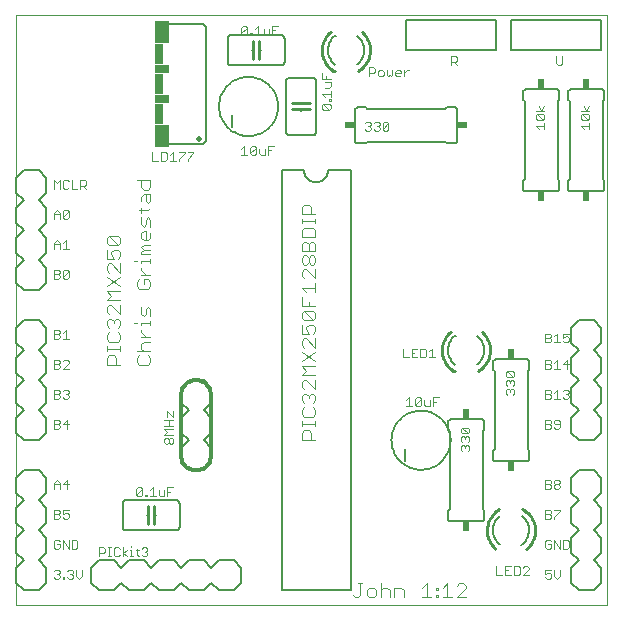
<source format=gto>
G75*
G70*
%OFA0B0*%
%FSLAX24Y24*%
%IPPOS*%
%LPD*%
%AMOC8*
5,1,8,0,0,1.08239X$1,22.5*
%
%ADD10C,0.0000*%
%ADD11C,0.0030*%
%ADD12C,0.0120*%
%ADD13C,0.0040*%
%ADD14C,0.0060*%
%ADD15R,0.0240X0.0340*%
%ADD16C,0.0050*%
%ADD17C,0.0080*%
%ADD18C,0.0100*%
%ADD19C,0.0200*%
%ADD20R,0.0500X0.0750*%
%ADD21R,0.0300X0.0700*%
%ADD22R,0.0500X0.0300*%
%ADD23R,0.0340X0.0240*%
D10*
X000181Y000181D02*
X000181Y019866D01*
X019866Y019866D01*
X019866Y000181D01*
X000181Y000181D01*
D11*
X001446Y001120D02*
X001495Y001071D01*
X001592Y001071D01*
X001640Y001120D01*
X001640Y001168D01*
X001592Y001217D01*
X001543Y001217D01*
X001592Y001217D02*
X001640Y001265D01*
X001640Y001313D01*
X001592Y001362D01*
X001495Y001362D01*
X001446Y001313D01*
X001741Y001120D02*
X001789Y001120D01*
X001789Y001071D01*
X001741Y001071D01*
X001741Y001120D01*
X001888Y001120D02*
X001937Y001071D01*
X002034Y001071D01*
X002082Y001120D01*
X002082Y001168D01*
X002034Y001217D01*
X001985Y001217D01*
X002034Y001217D02*
X002082Y001265D01*
X002082Y001313D01*
X002034Y001362D01*
X001937Y001362D01*
X001888Y001313D01*
X002183Y001362D02*
X002183Y001168D01*
X002280Y001071D01*
X002376Y001168D01*
X002376Y001362D01*
X002946Y001821D02*
X002946Y002112D01*
X003092Y002112D01*
X003140Y002063D01*
X003140Y001967D01*
X003092Y001918D01*
X002946Y001918D01*
X003241Y001821D02*
X003338Y001821D01*
X003289Y001821D02*
X003289Y002112D01*
X003241Y002112D02*
X003338Y002112D01*
X003437Y002063D02*
X003437Y001870D01*
X003486Y001821D01*
X003583Y001821D01*
X003631Y001870D01*
X003732Y001918D02*
X003877Y002015D01*
X003978Y002015D02*
X004026Y002015D01*
X004026Y001821D01*
X003978Y001821D02*
X004074Y001821D01*
X004222Y001870D02*
X004222Y002063D01*
X004174Y002015D02*
X004271Y002015D01*
X004370Y002063D02*
X004419Y002112D01*
X004516Y002112D01*
X004564Y002063D01*
X004564Y002015D01*
X004516Y001967D01*
X004564Y001918D01*
X004564Y001870D01*
X004516Y001821D01*
X004419Y001821D01*
X004370Y001870D01*
X004271Y001821D02*
X004222Y001870D01*
X004467Y001967D02*
X004516Y001967D01*
X004026Y002112D02*
X004026Y002160D01*
X003877Y001821D02*
X003732Y001918D01*
X003732Y001821D02*
X003732Y002112D01*
X003631Y002063D02*
X003583Y002112D01*
X003486Y002112D01*
X003437Y002063D01*
X002229Y002120D02*
X002229Y002313D01*
X002181Y002362D01*
X002036Y002362D01*
X002036Y002071D01*
X002181Y002071D01*
X002229Y002120D01*
X001935Y002071D02*
X001935Y002362D01*
X001741Y002362D02*
X001741Y002071D01*
X001640Y002120D02*
X001640Y002217D01*
X001543Y002217D01*
X001446Y002313D02*
X001446Y002120D01*
X001495Y002071D01*
X001592Y002071D01*
X001640Y002120D01*
X001640Y002313D02*
X001592Y002362D01*
X001495Y002362D01*
X001446Y002313D01*
X001741Y002362D02*
X001935Y002071D01*
X001886Y003071D02*
X001789Y003071D01*
X001741Y003120D01*
X001741Y003217D02*
X001838Y003265D01*
X001886Y003265D01*
X001935Y003217D01*
X001935Y003120D01*
X001886Y003071D01*
X001741Y003217D02*
X001741Y003362D01*
X001935Y003362D01*
X001640Y003313D02*
X001640Y003265D01*
X001592Y003217D01*
X001446Y003217D01*
X001446Y003362D02*
X001592Y003362D01*
X001640Y003313D01*
X001592Y003217D02*
X001640Y003168D01*
X001640Y003120D01*
X001592Y003071D01*
X001446Y003071D01*
X001446Y003362D01*
X001446Y004071D02*
X001446Y004265D01*
X001543Y004362D01*
X001640Y004265D01*
X001640Y004071D01*
X001640Y004217D02*
X001446Y004217D01*
X001741Y004217D02*
X001935Y004217D01*
X001886Y004362D02*
X001741Y004217D01*
X001886Y004071D02*
X001886Y004362D01*
X001886Y006071D02*
X001886Y006362D01*
X001741Y006217D01*
X001935Y006217D01*
X001640Y006265D02*
X001592Y006217D01*
X001446Y006217D01*
X001446Y006362D02*
X001592Y006362D01*
X001640Y006313D01*
X001640Y006265D01*
X001592Y006217D02*
X001640Y006168D01*
X001640Y006120D01*
X001592Y006071D01*
X001446Y006071D01*
X001446Y006362D01*
X001446Y007071D02*
X001592Y007071D01*
X001640Y007120D01*
X001640Y007168D01*
X001592Y007217D01*
X001446Y007217D01*
X001446Y007362D02*
X001592Y007362D01*
X001640Y007313D01*
X001640Y007265D01*
X001592Y007217D01*
X001741Y007313D02*
X001789Y007362D01*
X001886Y007362D01*
X001935Y007313D01*
X001935Y007265D01*
X001886Y007217D01*
X001935Y007168D01*
X001935Y007120D01*
X001886Y007071D01*
X001789Y007071D01*
X001741Y007120D01*
X001838Y007217D02*
X001886Y007217D01*
X001446Y007071D02*
X001446Y007362D01*
X001446Y008071D02*
X001592Y008071D01*
X001640Y008120D01*
X001640Y008168D01*
X001592Y008217D01*
X001446Y008217D01*
X001446Y008362D02*
X001592Y008362D01*
X001640Y008313D01*
X001640Y008265D01*
X001592Y008217D01*
X001741Y008313D02*
X001789Y008362D01*
X001886Y008362D01*
X001935Y008313D01*
X001935Y008265D01*
X001741Y008071D01*
X001935Y008071D01*
X001446Y008071D02*
X001446Y008362D01*
X001446Y009071D02*
X001592Y009071D01*
X001640Y009120D01*
X001640Y009168D01*
X001592Y009217D01*
X001446Y009217D01*
X001446Y009362D02*
X001592Y009362D01*
X001640Y009313D01*
X001640Y009265D01*
X001592Y009217D01*
X001741Y009265D02*
X001838Y009362D01*
X001838Y009071D01*
X001741Y009071D02*
X001935Y009071D01*
X001446Y009071D02*
X001446Y009362D01*
X001446Y011071D02*
X001592Y011071D01*
X001640Y011120D01*
X001640Y011168D01*
X001592Y011217D01*
X001446Y011217D01*
X001446Y011362D02*
X001592Y011362D01*
X001640Y011313D01*
X001640Y011265D01*
X001592Y011217D01*
X001741Y011120D02*
X001741Y011313D01*
X001789Y011362D01*
X001886Y011362D01*
X001935Y011313D01*
X001741Y011120D01*
X001789Y011071D01*
X001886Y011071D01*
X001935Y011120D01*
X001935Y011313D01*
X001446Y011362D02*
X001446Y011071D01*
X001446Y012071D02*
X001446Y012265D01*
X001543Y012362D01*
X001640Y012265D01*
X001640Y012071D01*
X001741Y012071D02*
X001935Y012071D01*
X001838Y012071D02*
X001838Y012362D01*
X001741Y012265D01*
X001640Y012217D02*
X001446Y012217D01*
X001446Y013071D02*
X001446Y013265D01*
X001543Y013362D01*
X001640Y013265D01*
X001640Y013071D01*
X001741Y013120D02*
X001935Y013313D01*
X001935Y013120D01*
X001886Y013071D01*
X001789Y013071D01*
X001741Y013120D01*
X001741Y013313D01*
X001789Y013362D01*
X001886Y013362D01*
X001935Y013313D01*
X001640Y013217D02*
X001446Y013217D01*
X001446Y014071D02*
X001446Y014362D01*
X001543Y014265D01*
X001640Y014362D01*
X001640Y014071D01*
X001741Y014120D02*
X001789Y014071D01*
X001886Y014071D01*
X001935Y014120D01*
X002036Y014071D02*
X002036Y014362D01*
X001935Y014313D02*
X001886Y014362D01*
X001789Y014362D01*
X001741Y014313D01*
X001741Y014120D01*
X002036Y014071D02*
X002229Y014071D01*
X002330Y014071D02*
X002330Y014362D01*
X002475Y014362D01*
X002524Y014313D01*
X002524Y014217D01*
X002475Y014168D01*
X002330Y014168D01*
X002427Y014168D02*
X002524Y014071D01*
X004723Y015001D02*
X004917Y015001D01*
X005018Y015001D02*
X005018Y015292D01*
X005163Y015292D01*
X005211Y015243D01*
X005211Y015050D01*
X005163Y015001D01*
X005018Y015001D01*
X005312Y015001D02*
X005506Y015001D01*
X005409Y015001D02*
X005409Y015292D01*
X005312Y015195D01*
X005607Y015292D02*
X005801Y015292D01*
X005801Y015243D01*
X005607Y015050D01*
X005607Y015001D01*
X005902Y015001D02*
X005902Y015050D01*
X006095Y015243D01*
X006095Y015292D01*
X005902Y015292D01*
X004723Y015292D02*
X004723Y015001D01*
X007696Y015196D02*
X007890Y015196D01*
X007793Y015196D02*
X007793Y015487D01*
X007696Y015390D01*
X007991Y015438D02*
X007991Y015245D01*
X008185Y015438D01*
X008185Y015245D01*
X008136Y015196D01*
X008039Y015196D01*
X007991Y015245D01*
X007991Y015438D02*
X008039Y015487D01*
X008136Y015487D01*
X008185Y015438D01*
X008286Y015390D02*
X008286Y015245D01*
X008334Y015196D01*
X008479Y015196D01*
X008479Y015390D01*
X008580Y015342D02*
X008677Y015342D01*
X008580Y015487D02*
X008774Y015487D01*
X008580Y015487D02*
X008580Y015196D01*
X010376Y016745D02*
X010376Y016842D01*
X010425Y016890D01*
X010618Y016696D01*
X010666Y016745D01*
X010666Y016842D01*
X010618Y016890D01*
X010425Y016890D01*
X010376Y016745D02*
X010425Y016696D01*
X010618Y016696D01*
X010618Y016991D02*
X010618Y017039D01*
X010666Y017039D01*
X010666Y016991D01*
X010618Y016991D01*
X010666Y017138D02*
X010666Y017332D01*
X010666Y017235D02*
X010376Y017235D01*
X010473Y017138D01*
X010473Y017433D02*
X010618Y017433D01*
X010666Y017481D01*
X010666Y017626D01*
X010473Y017626D01*
X010521Y017728D02*
X010521Y017824D01*
X010376Y017728D02*
X010376Y017921D01*
X010376Y017728D02*
X010666Y017728D01*
X011946Y017821D02*
X011946Y018112D01*
X012092Y018112D01*
X012140Y018063D01*
X012140Y017967D01*
X012092Y017918D01*
X011946Y017918D01*
X012241Y017870D02*
X012289Y017821D01*
X012386Y017821D01*
X012435Y017870D01*
X012435Y017967D01*
X012386Y018015D01*
X012289Y018015D01*
X012241Y017967D01*
X012241Y017870D01*
X012536Y017870D02*
X012536Y018015D01*
X012536Y017870D02*
X012584Y017821D01*
X012632Y017870D01*
X012681Y017821D01*
X012729Y017870D01*
X012729Y018015D01*
X012830Y017967D02*
X012879Y018015D01*
X012975Y018015D01*
X013024Y017967D01*
X013024Y017918D01*
X012830Y017918D01*
X012830Y017870D02*
X012830Y017967D01*
X012830Y017870D02*
X012879Y017821D01*
X012975Y017821D01*
X013125Y017821D02*
X013125Y018015D01*
X013125Y017918D02*
X013222Y018015D01*
X013270Y018015D01*
X014696Y018196D02*
X014696Y018487D01*
X014842Y018487D01*
X014890Y018438D01*
X014890Y018342D01*
X014842Y018293D01*
X014696Y018293D01*
X014793Y018293D02*
X014890Y018196D01*
X012595Y016243D02*
X012595Y016050D01*
X012547Y016001D01*
X012450Y016001D01*
X012402Y016050D01*
X012595Y016243D01*
X012547Y016292D01*
X012450Y016292D01*
X012402Y016243D01*
X012402Y016050D01*
X012301Y016050D02*
X012252Y016001D01*
X012155Y016001D01*
X012107Y016050D01*
X012006Y016050D02*
X011958Y016001D01*
X011861Y016001D01*
X011812Y016050D01*
X011909Y016147D02*
X011958Y016147D01*
X012006Y016098D01*
X012006Y016050D01*
X011958Y016147D02*
X012006Y016195D01*
X012006Y016243D01*
X011958Y016292D01*
X011861Y016292D01*
X011812Y016243D01*
X012107Y016243D02*
X012155Y016292D01*
X012252Y016292D01*
X012301Y016243D01*
X012301Y016195D01*
X012252Y016147D01*
X012301Y016098D01*
X012301Y016050D01*
X012252Y016147D02*
X012204Y016147D01*
X008824Y019342D02*
X008728Y019342D01*
X008626Y019390D02*
X008626Y019196D01*
X008481Y019196D01*
X008433Y019245D01*
X008433Y019390D01*
X008332Y019196D02*
X008138Y019196D01*
X008235Y019196D02*
X008235Y019487D01*
X008138Y019390D01*
X008039Y019245D02*
X008039Y019196D01*
X007991Y019196D01*
X007991Y019245D01*
X008039Y019245D01*
X007890Y019245D02*
X007890Y019438D01*
X007696Y019245D01*
X007745Y019196D01*
X007842Y019196D01*
X007890Y019245D01*
X007890Y019438D02*
X007842Y019487D01*
X007745Y019487D01*
X007696Y019438D01*
X007696Y019245D01*
X008728Y019196D02*
X008728Y019487D01*
X008921Y019487D01*
X017501Y016661D02*
X017791Y016661D01*
X017695Y016661D02*
X017598Y016806D01*
X017695Y016661D02*
X017791Y016806D01*
X017743Y016560D02*
X017550Y016560D01*
X017743Y016366D01*
X017791Y016414D01*
X017791Y016511D01*
X017743Y016560D01*
X017550Y016560D02*
X017501Y016511D01*
X017501Y016414D01*
X017550Y016366D01*
X017743Y016366D01*
X017791Y016265D02*
X017791Y016071D01*
X017791Y016168D02*
X017501Y016168D01*
X017598Y016071D01*
X019001Y016168D02*
X019291Y016168D01*
X019291Y016071D02*
X019291Y016265D01*
X019243Y016366D02*
X019050Y016560D01*
X019243Y016560D01*
X019291Y016511D01*
X019291Y016414D01*
X019243Y016366D01*
X019050Y016366D01*
X019001Y016414D01*
X019001Y016511D01*
X019050Y016560D01*
X019001Y016661D02*
X019291Y016661D01*
X019195Y016661D02*
X019098Y016806D01*
X019195Y016661D02*
X019291Y016806D01*
X019001Y016168D02*
X019098Y016071D01*
X018342Y018196D02*
X018390Y018245D01*
X018390Y018487D01*
X018196Y018487D02*
X018196Y018245D01*
X018245Y018196D01*
X018342Y018196D01*
X018411Y009237D02*
X018411Y009092D01*
X018507Y009140D01*
X018556Y009140D01*
X018604Y009092D01*
X018604Y008995D01*
X018556Y008946D01*
X018459Y008946D01*
X018411Y008995D01*
X018310Y008946D02*
X018116Y008946D01*
X018213Y008946D02*
X018213Y009237D01*
X018116Y009140D01*
X018015Y009140D02*
X017967Y009092D01*
X017821Y009092D01*
X017821Y009237D02*
X017821Y008946D01*
X017967Y008946D01*
X018015Y008995D01*
X018015Y009043D01*
X017967Y009092D01*
X018015Y009140D02*
X018015Y009188D01*
X017967Y009237D01*
X017821Y009237D01*
X018411Y009237D02*
X018604Y009237D01*
X018556Y008362D02*
X018411Y008217D01*
X018604Y008217D01*
X018556Y008362D02*
X018556Y008071D01*
X018310Y008071D02*
X018116Y008071D01*
X018213Y008071D02*
X018213Y008362D01*
X018116Y008265D01*
X018015Y008265D02*
X017967Y008217D01*
X017821Y008217D01*
X017821Y008362D02*
X017967Y008362D01*
X018015Y008313D01*
X018015Y008265D01*
X017967Y008217D02*
X018015Y008168D01*
X018015Y008120D01*
X017967Y008071D01*
X017821Y008071D01*
X017821Y008362D01*
X017821Y007362D02*
X017967Y007362D01*
X018015Y007313D01*
X018015Y007265D01*
X017967Y007217D01*
X017821Y007217D01*
X017821Y007362D02*
X017821Y007071D01*
X017967Y007071D01*
X018015Y007120D01*
X018015Y007168D01*
X017967Y007217D01*
X018116Y007265D02*
X018213Y007362D01*
X018213Y007071D01*
X018116Y007071D02*
X018310Y007071D01*
X018411Y007120D02*
X018459Y007071D01*
X018556Y007071D01*
X018604Y007120D01*
X018604Y007168D01*
X018556Y007217D01*
X018507Y007217D01*
X018556Y007217D02*
X018604Y007265D01*
X018604Y007313D01*
X018556Y007362D01*
X018459Y007362D01*
X018411Y007313D01*
X018261Y006362D02*
X018164Y006362D01*
X018116Y006313D01*
X018116Y006265D01*
X018164Y006217D01*
X018310Y006217D01*
X018310Y006313D02*
X018261Y006362D01*
X018310Y006313D02*
X018310Y006120D01*
X018261Y006071D01*
X018164Y006071D01*
X018116Y006120D01*
X018015Y006120D02*
X017967Y006071D01*
X017821Y006071D01*
X017821Y006362D01*
X017967Y006362D01*
X018015Y006313D01*
X018015Y006265D01*
X017967Y006217D01*
X017821Y006217D01*
X017967Y006217D02*
X018015Y006168D01*
X018015Y006120D01*
X016791Y007245D02*
X016743Y007196D01*
X016791Y007245D02*
X016791Y007342D01*
X016743Y007390D01*
X016695Y007390D01*
X016646Y007342D01*
X016646Y007293D01*
X016646Y007342D02*
X016598Y007390D01*
X016550Y007390D01*
X016501Y007342D01*
X016501Y007245D01*
X016550Y007196D01*
X016550Y007491D02*
X016501Y007539D01*
X016501Y007636D01*
X016550Y007685D01*
X016598Y007685D01*
X016646Y007636D01*
X016695Y007685D01*
X016743Y007685D01*
X016791Y007636D01*
X016791Y007539D01*
X016743Y007491D01*
X016646Y007588D02*
X016646Y007636D01*
X016743Y007786D02*
X016550Y007786D01*
X016501Y007834D01*
X016501Y007931D01*
X016550Y007979D01*
X016743Y007786D01*
X016791Y007834D01*
X016791Y007931D01*
X016743Y007979D01*
X016550Y007979D01*
X015243Y006104D02*
X015050Y006104D01*
X015243Y005911D01*
X015291Y005959D01*
X015291Y006056D01*
X015243Y006104D01*
X015243Y005911D02*
X015050Y005911D01*
X015001Y005959D01*
X015001Y006056D01*
X015050Y006104D01*
X015050Y005810D02*
X015098Y005810D01*
X015146Y005761D01*
X015195Y005810D01*
X015243Y005810D01*
X015291Y005761D01*
X015291Y005664D01*
X015243Y005616D01*
X015243Y005515D02*
X015291Y005467D01*
X015291Y005370D01*
X015243Y005321D01*
X015146Y005418D02*
X015146Y005467D01*
X015195Y005515D01*
X015243Y005515D01*
X015146Y005467D02*
X015098Y005515D01*
X015050Y005515D01*
X015001Y005467D01*
X015001Y005370D01*
X015050Y005321D01*
X015050Y005616D02*
X015001Y005664D01*
X015001Y005761D01*
X015050Y005810D01*
X015146Y005761D02*
X015146Y005713D01*
X014080Y006821D02*
X014080Y007112D01*
X014274Y007112D01*
X014177Y006967D02*
X014080Y006967D01*
X013979Y007015D02*
X013979Y006821D01*
X013834Y006821D01*
X013786Y006870D01*
X013786Y007015D01*
X013685Y007063D02*
X013685Y006870D01*
X013636Y006821D01*
X013539Y006821D01*
X013491Y006870D01*
X013685Y007063D01*
X013636Y007112D01*
X013539Y007112D01*
X013491Y007063D01*
X013491Y006870D01*
X013390Y006821D02*
X013196Y006821D01*
X013293Y006821D02*
X013293Y007112D01*
X013196Y007015D01*
X013265Y008446D02*
X013071Y008446D01*
X013071Y008737D01*
X013366Y008737D02*
X013366Y008446D01*
X013560Y008446D01*
X013661Y008446D02*
X013661Y008737D01*
X013806Y008737D01*
X013854Y008688D01*
X013854Y008495D01*
X013806Y008446D01*
X013661Y008446D01*
X013463Y008592D02*
X013366Y008592D01*
X013366Y008737D02*
X013560Y008737D01*
X013955Y008640D02*
X014052Y008737D01*
X014052Y008446D01*
X013955Y008446D02*
X014149Y008446D01*
X017821Y004362D02*
X017967Y004362D01*
X018015Y004313D01*
X018015Y004265D01*
X017967Y004217D01*
X017821Y004217D01*
X017821Y004362D02*
X017821Y004071D01*
X017967Y004071D01*
X018015Y004120D01*
X018015Y004168D01*
X017967Y004217D01*
X018116Y004265D02*
X018116Y004313D01*
X018164Y004362D01*
X018261Y004362D01*
X018310Y004313D01*
X018310Y004265D01*
X018261Y004217D01*
X018164Y004217D01*
X018116Y004265D01*
X018164Y004217D02*
X018116Y004168D01*
X018116Y004120D01*
X018164Y004071D01*
X018261Y004071D01*
X018310Y004120D01*
X018310Y004168D01*
X018261Y004217D01*
X018310Y003362D02*
X018116Y003362D01*
X018015Y003313D02*
X018015Y003265D01*
X017967Y003217D01*
X017821Y003217D01*
X017821Y003362D02*
X017967Y003362D01*
X018015Y003313D01*
X017967Y003217D02*
X018015Y003168D01*
X018015Y003120D01*
X017967Y003071D01*
X017821Y003071D01*
X017821Y003362D01*
X018116Y003120D02*
X018116Y003071D01*
X018116Y003120D02*
X018310Y003313D01*
X018310Y003362D01*
X018310Y002362D02*
X018310Y002071D01*
X018116Y002362D01*
X018116Y002071D01*
X018015Y002120D02*
X018015Y002217D01*
X017918Y002217D01*
X017821Y002313D02*
X017821Y002120D01*
X017870Y002071D01*
X017967Y002071D01*
X018015Y002120D01*
X018015Y002313D02*
X017967Y002362D01*
X017870Y002362D01*
X017821Y002313D01*
X018411Y002362D02*
X018411Y002071D01*
X018556Y002071D01*
X018604Y002120D01*
X018604Y002313D01*
X018556Y002362D01*
X018411Y002362D01*
X018310Y001362D02*
X018310Y001168D01*
X018213Y001071D01*
X018116Y001168D01*
X018116Y001362D01*
X018015Y001362D02*
X017821Y001362D01*
X017821Y001217D01*
X017918Y001265D01*
X017967Y001265D01*
X018015Y001217D01*
X018015Y001120D01*
X017967Y001071D01*
X017870Y001071D01*
X017821Y001120D01*
X017274Y001196D02*
X017080Y001196D01*
X017274Y001390D01*
X017274Y001438D01*
X017225Y001487D01*
X017129Y001487D01*
X017080Y001438D01*
X016979Y001438D02*
X016931Y001487D01*
X016786Y001487D01*
X016786Y001196D01*
X016931Y001196D01*
X016979Y001245D01*
X016979Y001438D01*
X016685Y001487D02*
X016491Y001487D01*
X016491Y001196D01*
X016685Y001196D01*
X016588Y001342D02*
X016491Y001342D01*
X016390Y001196D02*
X016196Y001196D01*
X016196Y001487D01*
X005421Y004112D02*
X005228Y004112D01*
X005228Y003821D01*
X005126Y003821D02*
X005126Y004015D01*
X005228Y003967D02*
X005324Y003967D01*
X005126Y003821D02*
X004981Y003821D01*
X004933Y003870D01*
X004933Y004015D01*
X004832Y003821D02*
X004638Y003821D01*
X004735Y003821D02*
X004735Y004112D01*
X004638Y004015D01*
X004539Y003870D02*
X004539Y003821D01*
X004491Y003821D01*
X004491Y003870D01*
X004539Y003870D01*
X004390Y003870D02*
X004390Y004063D01*
X004196Y003870D01*
X004245Y003821D01*
X004342Y003821D01*
X004390Y003870D01*
X004390Y004063D02*
X004342Y004112D01*
X004245Y004112D01*
X004196Y004063D01*
X004196Y003870D01*
X005175Y005571D02*
X005223Y005571D01*
X005271Y005620D01*
X005271Y005717D01*
X005320Y005765D01*
X005368Y005765D01*
X005416Y005717D01*
X005416Y005620D01*
X005368Y005571D01*
X005320Y005571D01*
X005271Y005620D01*
X005271Y005717D02*
X005223Y005765D01*
X005175Y005765D01*
X005126Y005717D01*
X005126Y005620D01*
X005175Y005571D01*
X005126Y005866D02*
X005223Y005963D01*
X005126Y006060D01*
X005416Y006060D01*
X005416Y006161D02*
X005126Y006161D01*
X005271Y006161D02*
X005271Y006354D01*
X005223Y006455D02*
X005223Y006649D01*
X005416Y006455D01*
X005416Y006649D01*
X005416Y006354D02*
X005126Y006354D01*
X005126Y005866D02*
X005416Y005866D01*
D12*
X005681Y005181D02*
X005681Y007181D01*
X005683Y007225D01*
X005689Y007268D01*
X005698Y007310D01*
X005711Y007352D01*
X005728Y007392D01*
X005748Y007431D01*
X005771Y007468D01*
X005798Y007502D01*
X005827Y007535D01*
X005860Y007564D01*
X005894Y007591D01*
X005931Y007614D01*
X005970Y007634D01*
X006010Y007651D01*
X006052Y007664D01*
X006094Y007673D01*
X006137Y007679D01*
X006181Y007681D01*
X006225Y007679D01*
X006268Y007673D01*
X006310Y007664D01*
X006352Y007651D01*
X006392Y007634D01*
X006431Y007614D01*
X006468Y007591D01*
X006502Y007564D01*
X006535Y007535D01*
X006564Y007502D01*
X006591Y007468D01*
X006614Y007431D01*
X006634Y007392D01*
X006651Y007352D01*
X006664Y007310D01*
X006673Y007268D01*
X006679Y007225D01*
X006681Y007181D01*
X006681Y005181D01*
X006679Y005137D01*
X006673Y005094D01*
X006664Y005052D01*
X006651Y005010D01*
X006634Y004970D01*
X006614Y004931D01*
X006591Y004894D01*
X006564Y004860D01*
X006535Y004827D01*
X006502Y004798D01*
X006468Y004771D01*
X006431Y004748D01*
X006392Y004728D01*
X006352Y004711D01*
X006310Y004698D01*
X006268Y004689D01*
X006225Y004683D01*
X006181Y004681D01*
X006137Y004683D01*
X006094Y004689D01*
X006052Y004698D01*
X006010Y004711D01*
X005970Y004728D01*
X005931Y004748D01*
X005894Y004771D01*
X005860Y004798D01*
X005827Y004827D01*
X005798Y004860D01*
X005771Y004894D01*
X005748Y004931D01*
X005728Y004970D01*
X005711Y005010D01*
X005698Y005052D01*
X005689Y005094D01*
X005683Y005137D01*
X005681Y005181D01*
D13*
X004585Y008201D02*
X004278Y008201D01*
X004201Y008278D01*
X004201Y008432D01*
X004278Y008508D01*
X004201Y008662D02*
X004661Y008662D01*
X004585Y008508D02*
X004661Y008432D01*
X004661Y008278D01*
X004585Y008201D01*
X004431Y008662D02*
X004355Y008738D01*
X004355Y008892D01*
X004431Y008969D01*
X004661Y008969D01*
X004661Y009122D02*
X004355Y009122D01*
X004508Y009122D02*
X004355Y009276D01*
X004355Y009352D01*
X004355Y009506D02*
X004355Y009582D01*
X004661Y009582D01*
X004661Y009506D02*
X004661Y009659D01*
X004661Y009813D02*
X004661Y010043D01*
X004585Y010120D01*
X004508Y010043D01*
X004508Y009889D01*
X004431Y009813D01*
X004355Y009889D01*
X004355Y010120D01*
X004201Y009582D02*
X004124Y009582D01*
X003661Y009506D02*
X003585Y009429D01*
X003661Y009506D02*
X003661Y009659D01*
X003585Y009736D01*
X003508Y009736D01*
X003431Y009659D01*
X003431Y009582D01*
X003431Y009659D02*
X003355Y009736D01*
X003278Y009736D01*
X003201Y009659D01*
X003201Y009506D01*
X003278Y009429D01*
X003278Y009276D02*
X003201Y009199D01*
X003201Y009045D01*
X003278Y008969D01*
X003585Y008969D01*
X003661Y009045D01*
X003661Y009199D01*
X003585Y009276D01*
X003661Y008815D02*
X003661Y008662D01*
X003661Y008738D02*
X003201Y008738D01*
X003201Y008662D02*
X003201Y008815D01*
X003278Y008508D02*
X003431Y008508D01*
X003508Y008432D01*
X003508Y008201D01*
X003661Y008201D02*
X003201Y008201D01*
X003201Y008432D01*
X003278Y008508D01*
X003278Y009889D02*
X003201Y009966D01*
X003201Y010120D01*
X003278Y010196D01*
X003355Y010196D01*
X003661Y009889D01*
X003661Y010196D01*
X003661Y010350D02*
X003201Y010350D01*
X003355Y010503D01*
X003201Y010657D01*
X003661Y010657D01*
X003661Y010810D02*
X003201Y011117D01*
X003278Y011270D02*
X003201Y011347D01*
X003201Y011501D01*
X003278Y011577D01*
X003355Y011577D01*
X003661Y011270D01*
X003661Y011577D01*
X003585Y011731D02*
X003661Y011807D01*
X003661Y011961D01*
X003585Y012038D01*
X003431Y012038D01*
X003355Y011961D01*
X003355Y011884D01*
X003431Y011731D01*
X003201Y011731D01*
X003201Y012038D01*
X003278Y012191D02*
X003201Y012268D01*
X003201Y012421D01*
X003278Y012498D01*
X003585Y012191D01*
X003661Y012268D01*
X003661Y012421D01*
X003585Y012498D01*
X003278Y012498D01*
X003278Y012191D02*
X003585Y012191D01*
X004124Y011654D02*
X004201Y011654D01*
X004355Y011654D02*
X004661Y011654D01*
X004661Y011577D02*
X004661Y011731D01*
X004661Y011884D02*
X004355Y011884D01*
X004355Y011961D01*
X004431Y012038D01*
X004355Y012114D01*
X004431Y012191D01*
X004661Y012191D01*
X004661Y012038D02*
X004431Y012038D01*
X004431Y012345D02*
X004355Y012421D01*
X004355Y012575D01*
X004431Y012651D01*
X004508Y012651D01*
X004508Y012345D01*
X004585Y012345D02*
X004431Y012345D01*
X004585Y012345D02*
X004661Y012421D01*
X004661Y012575D01*
X004661Y012805D02*
X004661Y013035D01*
X004585Y013112D01*
X004508Y013035D01*
X004508Y012882D01*
X004431Y012805D01*
X004355Y012882D01*
X004355Y013112D01*
X004355Y013265D02*
X004355Y013419D01*
X004278Y013342D02*
X004585Y013342D01*
X004661Y013419D01*
X004585Y013572D02*
X004508Y013649D01*
X004508Y013879D01*
X004431Y013879D02*
X004661Y013879D01*
X004661Y013649D01*
X004585Y013572D01*
X004355Y013649D02*
X004355Y013802D01*
X004431Y013879D01*
X004431Y014033D02*
X004355Y014109D01*
X004355Y014339D01*
X004201Y014339D02*
X004661Y014339D01*
X004661Y014109D01*
X004585Y014033D01*
X004431Y014033D01*
X004355Y011654D02*
X004355Y011577D01*
X004355Y011424D02*
X004355Y011347D01*
X004508Y011194D01*
X004661Y011194D02*
X004355Y011194D01*
X004431Y011040D02*
X004431Y010887D01*
X004431Y011040D02*
X004585Y011040D01*
X004661Y010964D01*
X004661Y010810D01*
X004585Y010733D01*
X004278Y010733D01*
X004201Y010810D01*
X004201Y010964D01*
X004278Y011040D01*
X003661Y011117D02*
X003201Y010810D01*
X009701Y010765D02*
X010161Y010765D01*
X010161Y010612D02*
X010161Y010919D01*
X010161Y011072D02*
X009855Y011379D01*
X009778Y011379D01*
X009701Y011302D01*
X009701Y011149D01*
X009778Y011072D01*
X009701Y010765D02*
X009855Y010612D01*
X009701Y010458D02*
X009701Y010151D01*
X010161Y010151D01*
X010085Y009998D02*
X010161Y009921D01*
X010161Y009768D01*
X010085Y009691D01*
X009778Y009998D01*
X010085Y009998D01*
X009931Y010151D02*
X009931Y010305D01*
X009778Y009998D02*
X009701Y009921D01*
X009701Y009768D01*
X009778Y009691D01*
X010085Y009691D01*
X010085Y009538D02*
X009931Y009538D01*
X009855Y009461D01*
X009855Y009384D01*
X009931Y009231D01*
X009701Y009231D01*
X009701Y009538D01*
X010085Y009538D02*
X010161Y009461D01*
X010161Y009307D01*
X010085Y009231D01*
X010161Y009077D02*
X010161Y008770D01*
X009855Y009077D01*
X009778Y009077D01*
X009701Y009001D01*
X009701Y008847D01*
X009778Y008770D01*
X009701Y008617D02*
X010161Y008310D01*
X010161Y008157D02*
X009701Y008157D01*
X009855Y008003D01*
X009701Y007850D01*
X010161Y007850D01*
X010161Y007696D02*
X010161Y007389D01*
X009855Y007696D01*
X009778Y007696D01*
X009701Y007620D01*
X009701Y007466D01*
X009778Y007389D01*
X009778Y007236D02*
X009855Y007236D01*
X009931Y007159D01*
X010008Y007236D01*
X010085Y007236D01*
X010161Y007159D01*
X010161Y007006D01*
X010085Y006929D01*
X010085Y006776D02*
X010161Y006699D01*
X010161Y006545D01*
X010085Y006469D01*
X009778Y006469D01*
X009701Y006545D01*
X009701Y006699D01*
X009778Y006776D01*
X009778Y006929D02*
X009701Y007006D01*
X009701Y007159D01*
X009778Y007236D01*
X009931Y007159D02*
X009931Y007082D01*
X009701Y006315D02*
X009701Y006162D01*
X009701Y006238D02*
X010161Y006238D01*
X010161Y006162D02*
X010161Y006315D01*
X009931Y006008D02*
X010008Y005932D01*
X010008Y005701D01*
X010161Y005701D02*
X009701Y005701D01*
X009701Y005932D01*
X009778Y006008D01*
X009931Y006008D01*
X009701Y008310D02*
X010161Y008617D01*
X010161Y011072D02*
X010161Y011379D01*
X010085Y011533D02*
X010008Y011533D01*
X009931Y011609D01*
X009931Y011763D01*
X010008Y011839D01*
X010085Y011839D01*
X010161Y011763D01*
X010161Y011609D01*
X010085Y011533D01*
X009931Y011609D02*
X009855Y011533D01*
X009778Y011533D01*
X009701Y011609D01*
X009701Y011763D01*
X009778Y011839D01*
X009855Y011839D01*
X009931Y011763D01*
X009931Y011993D02*
X009931Y012223D01*
X010008Y012300D01*
X010085Y012300D01*
X010161Y012223D01*
X010161Y011993D01*
X009701Y011993D01*
X009701Y012223D01*
X009778Y012300D01*
X009855Y012300D01*
X009931Y012223D01*
X009701Y012453D02*
X009701Y012683D01*
X009778Y012760D01*
X010085Y012760D01*
X010161Y012683D01*
X010161Y012453D01*
X009701Y012453D01*
X009701Y012914D02*
X009701Y013067D01*
X009701Y012990D02*
X010161Y012990D01*
X010161Y012914D02*
X010161Y013067D01*
X010161Y013221D02*
X009701Y013221D01*
X009701Y013451D01*
X009778Y013527D01*
X009931Y013527D01*
X010008Y013451D01*
X010008Y013221D01*
X011567Y000912D02*
X011720Y000912D01*
X011643Y000912D02*
X011643Y000528D01*
X011567Y000451D01*
X011490Y000451D01*
X011413Y000528D01*
X011873Y000528D02*
X011950Y000451D01*
X012104Y000451D01*
X012180Y000528D01*
X012180Y000682D01*
X012104Y000758D01*
X011950Y000758D01*
X011873Y000682D01*
X011873Y000528D01*
X012334Y000451D02*
X012334Y000912D01*
X012411Y000758D02*
X012334Y000682D01*
X012411Y000758D02*
X012564Y000758D01*
X012641Y000682D01*
X012641Y000451D01*
X012794Y000451D02*
X012794Y000758D01*
X013024Y000758D01*
X013101Y000682D01*
X013101Y000451D01*
X013715Y000451D02*
X014022Y000451D01*
X014175Y000451D02*
X014175Y000528D01*
X014252Y000528D01*
X014252Y000451D01*
X014175Y000451D01*
X014175Y000682D02*
X014175Y000758D01*
X014252Y000758D01*
X014252Y000682D01*
X014175Y000682D01*
X013868Y000912D02*
X013868Y000451D01*
X013715Y000758D02*
X013868Y000912D01*
X014405Y000758D02*
X014559Y000912D01*
X014559Y000451D01*
X014712Y000451D02*
X014405Y000451D01*
X014866Y000451D02*
X015173Y000758D01*
X015173Y000835D01*
X015096Y000912D01*
X014942Y000912D01*
X014866Y000835D01*
X014866Y000451D02*
X015173Y000451D01*
D14*
X016081Y002681D02*
X016083Y002726D01*
X016088Y002772D01*
X016096Y002816D01*
X016108Y002860D01*
X016124Y002903D01*
X016142Y002945D01*
X016164Y002985D01*
X016188Y003023D01*
X016215Y003059D01*
X016245Y003094D01*
X016278Y003125D01*
X016313Y003155D01*
X015781Y003081D02*
X015781Y003331D01*
X015731Y003381D01*
X015731Y005981D01*
X015781Y006031D01*
X015781Y006281D01*
X015779Y006298D01*
X015775Y006315D01*
X015768Y006331D01*
X015758Y006345D01*
X015745Y006358D01*
X015731Y006368D01*
X015715Y006375D01*
X015698Y006379D01*
X015681Y006381D01*
X014681Y006381D01*
X014664Y006379D01*
X014647Y006375D01*
X014631Y006368D01*
X014617Y006358D01*
X014604Y006345D01*
X014594Y006331D01*
X014587Y006315D01*
X014583Y006298D01*
X014581Y006281D01*
X014581Y006031D01*
X014631Y005981D01*
X014631Y003381D01*
X014581Y003331D01*
X014581Y003081D01*
X014583Y003064D01*
X014587Y003047D01*
X014594Y003031D01*
X014604Y003017D01*
X014617Y003004D01*
X014631Y002994D01*
X014647Y002987D01*
X014664Y002983D01*
X014681Y002981D01*
X015681Y002981D01*
X015698Y002983D01*
X015715Y002987D01*
X015731Y002994D01*
X015745Y003004D01*
X015758Y003017D01*
X015768Y003031D01*
X015775Y003047D01*
X015779Y003064D01*
X015781Y003081D01*
X016081Y002681D02*
X016083Y002636D01*
X016088Y002590D01*
X016096Y002546D01*
X016108Y002502D01*
X016124Y002459D01*
X016142Y002417D01*
X016164Y002377D01*
X016188Y002339D01*
X016215Y002303D01*
X016245Y002268D01*
X016278Y002237D01*
X016313Y002207D01*
X017281Y002681D02*
X017279Y002727D01*
X017274Y002773D01*
X017265Y002819D01*
X017253Y002864D01*
X017237Y002907D01*
X017218Y002949D01*
X017195Y002990D01*
X017170Y003029D01*
X017142Y003065D01*
X017111Y003100D01*
X017077Y003132D01*
X017041Y003161D01*
X017281Y002681D02*
X017279Y002634D01*
X017273Y002586D01*
X017264Y002540D01*
X017251Y002494D01*
X017235Y002450D01*
X017215Y002406D01*
X017191Y002365D01*
X017165Y002326D01*
X017135Y002289D01*
X017102Y002254D01*
X017067Y002222D01*
X017030Y002193D01*
X017181Y004981D02*
X016181Y004981D01*
X016164Y004983D01*
X016147Y004987D01*
X016131Y004994D01*
X016117Y005004D01*
X016104Y005017D01*
X016094Y005031D01*
X016087Y005047D01*
X016083Y005064D01*
X016081Y005081D01*
X016081Y005331D01*
X016131Y005381D01*
X016131Y007981D01*
X016081Y008031D01*
X016081Y008281D01*
X016083Y008298D01*
X016087Y008315D01*
X016094Y008331D01*
X016104Y008345D01*
X016117Y008358D01*
X016131Y008368D01*
X016147Y008375D01*
X016164Y008379D01*
X016181Y008381D01*
X017181Y008381D01*
X017198Y008379D01*
X017215Y008375D01*
X017231Y008368D01*
X017245Y008358D01*
X017258Y008345D01*
X017268Y008331D01*
X017275Y008315D01*
X017279Y008298D01*
X017281Y008281D01*
X017281Y008031D01*
X017231Y007981D01*
X017231Y005381D01*
X017281Y005331D01*
X017281Y005081D01*
X017279Y005064D01*
X017275Y005047D01*
X017268Y005031D01*
X017258Y005017D01*
X017245Y005004D01*
X017231Y004994D01*
X017215Y004987D01*
X017198Y004983D01*
X017181Y004981D01*
X015549Y008207D02*
X015584Y008237D01*
X015617Y008268D01*
X015647Y008303D01*
X015674Y008339D01*
X015698Y008377D01*
X015720Y008417D01*
X015738Y008459D01*
X015754Y008502D01*
X015766Y008546D01*
X015774Y008590D01*
X015779Y008636D01*
X015781Y008681D01*
X015779Y008726D01*
X015774Y008772D01*
X015766Y008816D01*
X015754Y008860D01*
X015738Y008903D01*
X015720Y008945D01*
X015698Y008985D01*
X015674Y009023D01*
X015647Y009059D01*
X015617Y009094D01*
X015584Y009125D01*
X015549Y009155D01*
X014581Y008681D02*
X014583Y008635D01*
X014588Y008589D01*
X014597Y008543D01*
X014609Y008498D01*
X014625Y008455D01*
X014644Y008413D01*
X014667Y008372D01*
X014692Y008333D01*
X014720Y008297D01*
X014751Y008262D01*
X014785Y008230D01*
X014821Y008201D01*
X014581Y008681D02*
X014583Y008728D01*
X014589Y008776D01*
X014598Y008822D01*
X014611Y008868D01*
X014627Y008912D01*
X014647Y008956D01*
X014671Y008997D01*
X014697Y009036D01*
X014727Y009073D01*
X014760Y009108D01*
X014795Y009140D01*
X014832Y009169D01*
X017181Y013981D02*
X018181Y013981D01*
X018198Y013983D01*
X018215Y013987D01*
X018231Y013994D01*
X018245Y014004D01*
X018258Y014017D01*
X018268Y014031D01*
X018275Y014047D01*
X018279Y014064D01*
X018281Y014081D01*
X018281Y014331D01*
X018231Y014381D01*
X018231Y016981D01*
X018281Y017031D01*
X018281Y017281D01*
X018279Y017298D01*
X018275Y017315D01*
X018268Y017331D01*
X018258Y017345D01*
X018245Y017358D01*
X018231Y017368D01*
X018215Y017375D01*
X018198Y017379D01*
X018181Y017381D01*
X017181Y017381D01*
X017164Y017379D01*
X017147Y017375D01*
X017131Y017368D01*
X017117Y017358D01*
X017104Y017345D01*
X017094Y017331D01*
X017087Y017315D01*
X017083Y017298D01*
X017081Y017281D01*
X017081Y017031D01*
X017131Y016981D01*
X017131Y014381D01*
X017081Y014331D01*
X017081Y014081D01*
X017083Y014064D01*
X017087Y014047D01*
X017094Y014031D01*
X017104Y014017D01*
X017117Y014004D01*
X017131Y013994D01*
X017147Y013987D01*
X017164Y013983D01*
X017181Y013981D01*
X018581Y014081D02*
X018581Y014331D01*
X018631Y014381D01*
X018631Y016981D01*
X018581Y017031D01*
X018581Y017281D01*
X018583Y017298D01*
X018587Y017315D01*
X018594Y017331D01*
X018604Y017345D01*
X018617Y017358D01*
X018631Y017368D01*
X018647Y017375D01*
X018664Y017379D01*
X018681Y017381D01*
X019681Y017381D01*
X019698Y017379D01*
X019715Y017375D01*
X019731Y017368D01*
X019745Y017358D01*
X019758Y017345D01*
X019768Y017331D01*
X019775Y017315D01*
X019779Y017298D01*
X019781Y017281D01*
X019781Y017031D01*
X019731Y016981D01*
X019731Y014381D01*
X019781Y014331D01*
X019781Y014081D01*
X019779Y014064D01*
X019775Y014047D01*
X019768Y014031D01*
X019758Y014017D01*
X019745Y014004D01*
X019731Y013994D01*
X019715Y013987D01*
X019698Y013983D01*
X019681Y013981D01*
X018681Y013981D01*
X018664Y013983D01*
X018647Y013987D01*
X018631Y013994D01*
X018617Y014004D01*
X018604Y014017D01*
X018594Y014031D01*
X018587Y014047D01*
X018583Y014064D01*
X018581Y014081D01*
X014881Y015681D02*
X014881Y016681D01*
X014879Y016698D01*
X014875Y016715D01*
X014868Y016731D01*
X014858Y016745D01*
X014845Y016758D01*
X014831Y016768D01*
X014815Y016775D01*
X014798Y016779D01*
X014781Y016781D01*
X014531Y016781D01*
X014481Y016731D01*
X011881Y016731D01*
X011831Y016781D01*
X011581Y016781D01*
X011564Y016779D01*
X011547Y016775D01*
X011531Y016768D01*
X011517Y016758D01*
X011504Y016745D01*
X011494Y016731D01*
X011487Y016715D01*
X011483Y016698D01*
X011481Y016681D01*
X011481Y015681D01*
X011483Y015664D01*
X011487Y015647D01*
X011494Y015631D01*
X011504Y015617D01*
X011517Y015604D01*
X011531Y015594D01*
X011547Y015587D01*
X011564Y015583D01*
X011581Y015581D01*
X011831Y015581D01*
X011881Y015631D01*
X014481Y015631D01*
X014531Y015581D01*
X014781Y015581D01*
X014798Y015583D01*
X014815Y015587D01*
X014831Y015594D01*
X014845Y015604D01*
X014858Y015617D01*
X014868Y015631D01*
X014875Y015647D01*
X014879Y015664D01*
X014881Y015681D01*
X011331Y014681D02*
X010581Y014681D01*
X010579Y014642D01*
X010573Y014603D01*
X010564Y014565D01*
X010551Y014528D01*
X010534Y014492D01*
X010514Y014459D01*
X010490Y014427D01*
X010464Y014398D01*
X010435Y014372D01*
X010403Y014348D01*
X010370Y014328D01*
X010334Y014311D01*
X010297Y014298D01*
X010259Y014289D01*
X010220Y014283D01*
X010181Y014281D01*
X010142Y014283D01*
X010103Y014289D01*
X010065Y014298D01*
X010028Y014311D01*
X009992Y014328D01*
X009959Y014348D01*
X009927Y014372D01*
X009898Y014398D01*
X009872Y014427D01*
X009848Y014459D01*
X009828Y014492D01*
X009811Y014528D01*
X009798Y014565D01*
X009789Y014603D01*
X009783Y014642D01*
X009781Y014681D01*
X009031Y014681D01*
X009031Y000681D01*
X011331Y000681D01*
X011331Y014681D01*
X010081Y015856D02*
X009281Y015856D01*
X009264Y015858D01*
X009247Y015862D01*
X009231Y015869D01*
X009217Y015879D01*
X009204Y015892D01*
X009194Y015906D01*
X009187Y015922D01*
X009183Y015939D01*
X009181Y015956D01*
X009181Y017656D01*
X009183Y017673D01*
X009187Y017690D01*
X009194Y017706D01*
X009204Y017720D01*
X009217Y017733D01*
X009231Y017743D01*
X009247Y017750D01*
X009264Y017754D01*
X009281Y017756D01*
X010081Y017756D01*
X010098Y017754D01*
X010115Y017750D01*
X010131Y017743D01*
X010145Y017733D01*
X010158Y017720D01*
X010168Y017706D01*
X010175Y017690D01*
X010179Y017673D01*
X010181Y017656D01*
X010181Y015956D01*
X010179Y015939D01*
X010175Y015922D01*
X010168Y015906D01*
X010158Y015892D01*
X010145Y015879D01*
X010131Y015869D01*
X010115Y015862D01*
X010098Y015858D01*
X010081Y015856D01*
X009681Y016656D02*
X009681Y016706D01*
X009681Y016906D02*
X009681Y016956D01*
X009031Y018181D02*
X007331Y018181D01*
X007314Y018183D01*
X007297Y018187D01*
X007281Y018194D01*
X007267Y018204D01*
X007254Y018217D01*
X007244Y018231D01*
X007237Y018247D01*
X007233Y018264D01*
X007231Y018281D01*
X007231Y019081D01*
X007233Y019098D01*
X007237Y019115D01*
X007244Y019131D01*
X007254Y019145D01*
X007267Y019158D01*
X007281Y019168D01*
X007297Y019175D01*
X007314Y019179D01*
X007331Y019181D01*
X009031Y019181D01*
X009048Y019179D01*
X009065Y019175D01*
X009081Y019168D01*
X009095Y019158D01*
X009108Y019145D01*
X009118Y019131D01*
X009125Y019115D01*
X009129Y019098D01*
X009131Y019081D01*
X009131Y018281D01*
X009129Y018264D01*
X009125Y018247D01*
X009118Y018231D01*
X009108Y018217D01*
X009095Y018204D01*
X009081Y018194D01*
X009065Y018187D01*
X009048Y018183D01*
X009031Y018181D01*
X008331Y018681D02*
X008281Y018681D01*
X008081Y018681D02*
X008031Y018681D01*
X006506Y019456D02*
X006506Y015656D01*
X006406Y015556D01*
X005256Y015556D01*
X005256Y019556D02*
X006406Y019556D01*
X006506Y019456D01*
X011549Y018207D02*
X011584Y018237D01*
X011617Y018268D01*
X011647Y018303D01*
X011674Y018339D01*
X011698Y018377D01*
X011720Y018417D01*
X011738Y018459D01*
X011754Y018502D01*
X011766Y018546D01*
X011774Y018590D01*
X011779Y018636D01*
X011781Y018681D01*
X011779Y018726D01*
X011774Y018772D01*
X011766Y018816D01*
X011754Y018860D01*
X011738Y018903D01*
X011720Y018945D01*
X011698Y018985D01*
X011674Y019023D01*
X011647Y019059D01*
X011617Y019094D01*
X011584Y019125D01*
X011549Y019155D01*
X010581Y018681D02*
X010583Y018635D01*
X010588Y018589D01*
X010597Y018543D01*
X010609Y018498D01*
X010625Y018455D01*
X010644Y018413D01*
X010667Y018372D01*
X010692Y018333D01*
X010720Y018297D01*
X010751Y018262D01*
X010785Y018230D01*
X010821Y018201D01*
X010581Y018681D02*
X010583Y018728D01*
X010589Y018776D01*
X010598Y018822D01*
X010611Y018868D01*
X010627Y018912D01*
X010647Y018956D01*
X010671Y018997D01*
X010697Y019036D01*
X010727Y019073D01*
X010760Y019108D01*
X010795Y019140D01*
X010832Y019169D01*
X005531Y003681D02*
X003831Y003681D01*
X003814Y003679D01*
X003797Y003675D01*
X003781Y003668D01*
X003767Y003658D01*
X003754Y003645D01*
X003744Y003631D01*
X003737Y003615D01*
X003733Y003598D01*
X003731Y003581D01*
X003731Y002781D01*
X003733Y002764D01*
X003737Y002747D01*
X003744Y002731D01*
X003754Y002717D01*
X003767Y002704D01*
X003781Y002694D01*
X003797Y002687D01*
X003814Y002683D01*
X003831Y002681D01*
X005531Y002681D01*
X005548Y002683D01*
X005565Y002687D01*
X005581Y002694D01*
X005595Y002704D01*
X005608Y002717D01*
X005618Y002731D01*
X005625Y002747D01*
X005629Y002764D01*
X005631Y002781D01*
X005631Y003581D01*
X005629Y003598D01*
X005625Y003615D01*
X005618Y003631D01*
X005608Y003645D01*
X005595Y003658D01*
X005581Y003668D01*
X005565Y003675D01*
X005548Y003679D01*
X005531Y003681D01*
X004831Y003181D02*
X004781Y003181D01*
X004581Y003181D02*
X004531Y003181D01*
D15*
X015181Y002811D03*
X016681Y004811D03*
X015181Y006551D03*
X016681Y008551D03*
X017681Y013811D03*
X019181Y013811D03*
X019181Y017551D03*
X017681Y017551D03*
D16*
X016681Y018681D02*
X016681Y019681D01*
X019681Y019681D01*
X019681Y018681D01*
X016681Y018681D01*
X016181Y018681D02*
X016181Y019681D01*
X013181Y019681D01*
X013181Y018681D01*
X016181Y018681D01*
D17*
X006947Y016806D02*
X006949Y016868D01*
X006955Y016931D01*
X006965Y016992D01*
X006979Y017053D01*
X006996Y017113D01*
X007017Y017172D01*
X007043Y017229D01*
X007071Y017284D01*
X007103Y017338D01*
X007139Y017389D01*
X007177Y017439D01*
X007219Y017485D01*
X007263Y017529D01*
X007311Y017570D01*
X007360Y017608D01*
X007412Y017642D01*
X007466Y017673D01*
X007522Y017701D01*
X007580Y017725D01*
X007639Y017746D01*
X007699Y017762D01*
X007760Y017775D01*
X007822Y017784D01*
X007884Y017789D01*
X007947Y017790D01*
X008009Y017787D01*
X008071Y017780D01*
X008133Y017769D01*
X008193Y017754D01*
X008253Y017736D01*
X008311Y017714D01*
X008368Y017688D01*
X008423Y017658D01*
X008476Y017625D01*
X008527Y017589D01*
X008575Y017550D01*
X008621Y017507D01*
X008664Y017462D01*
X008704Y017414D01*
X008741Y017364D01*
X008775Y017311D01*
X008806Y017257D01*
X008832Y017201D01*
X008856Y017143D01*
X008875Y017083D01*
X008891Y017023D01*
X008903Y016961D01*
X008911Y016900D01*
X008915Y016837D01*
X008915Y016775D01*
X008911Y016712D01*
X008903Y016651D01*
X008891Y016589D01*
X008875Y016529D01*
X008856Y016469D01*
X008832Y016411D01*
X008806Y016355D01*
X008775Y016301D01*
X008741Y016248D01*
X008704Y016198D01*
X008664Y016150D01*
X008621Y016105D01*
X008575Y016062D01*
X008527Y016023D01*
X008476Y015987D01*
X008423Y015954D01*
X008368Y015924D01*
X008311Y015898D01*
X008253Y015876D01*
X008193Y015858D01*
X008133Y015843D01*
X008071Y015832D01*
X008009Y015825D01*
X007947Y015822D01*
X007884Y015823D01*
X007822Y015828D01*
X007760Y015837D01*
X007699Y015850D01*
X007639Y015866D01*
X007580Y015887D01*
X007522Y015911D01*
X007466Y015939D01*
X007412Y015970D01*
X007360Y016004D01*
X007311Y016042D01*
X007263Y016083D01*
X007219Y016127D01*
X007177Y016173D01*
X007139Y016223D01*
X007103Y016274D01*
X007071Y016328D01*
X007043Y016383D01*
X007017Y016440D01*
X006996Y016499D01*
X006979Y016559D01*
X006965Y016620D01*
X006955Y016681D01*
X006949Y016744D01*
X006947Y016806D01*
X007381Y016506D02*
X007381Y016106D01*
X001181Y014431D02*
X001181Y013931D01*
X000931Y013681D01*
X001181Y013431D01*
X001181Y012931D01*
X000931Y012681D01*
X001181Y012431D01*
X001181Y011931D01*
X000931Y011681D01*
X001181Y011431D01*
X001181Y010931D01*
X000931Y010681D01*
X000431Y010681D01*
X000181Y010931D01*
X000181Y011431D01*
X000431Y011681D01*
X000181Y011931D01*
X000181Y012431D01*
X000431Y012681D01*
X000181Y012931D01*
X000181Y013431D01*
X000431Y013681D01*
X000181Y013931D01*
X000181Y014431D01*
X000431Y014681D01*
X000931Y014681D01*
X001181Y014431D01*
X000931Y009681D02*
X000431Y009681D01*
X000181Y009431D01*
X000181Y008931D01*
X000431Y008681D01*
X000181Y008431D01*
X000181Y007931D01*
X000431Y007681D01*
X000181Y007431D01*
X000181Y006931D01*
X000431Y006681D01*
X000181Y006431D01*
X000181Y005931D01*
X000431Y005681D01*
X000931Y005681D01*
X001181Y005931D01*
X001181Y006431D01*
X000931Y006681D01*
X001181Y006931D01*
X001181Y007431D01*
X000931Y007681D01*
X001181Y007931D01*
X001181Y008431D01*
X000931Y008681D01*
X001181Y008931D01*
X001181Y009431D01*
X000931Y009681D01*
X005681Y007431D02*
X005681Y006931D01*
X005931Y006681D01*
X005681Y006431D01*
X005681Y005931D01*
X005931Y005681D01*
X005681Y005431D01*
X005681Y004931D01*
X005931Y004681D01*
X006431Y004681D01*
X006681Y004931D01*
X006681Y005431D01*
X006431Y005681D01*
X006681Y005931D01*
X006681Y006431D01*
X006431Y006681D01*
X006681Y006931D01*
X006681Y007431D01*
X006431Y007681D01*
X005931Y007681D01*
X005681Y007431D01*
X001181Y004431D02*
X001181Y003931D01*
X000931Y003681D01*
X001181Y003431D01*
X001181Y002931D01*
X000931Y002681D01*
X001181Y002431D01*
X001181Y001931D01*
X000931Y001681D01*
X001181Y001431D01*
X001181Y000931D01*
X000931Y000681D01*
X000431Y000681D01*
X000181Y000931D01*
X000181Y001431D01*
X000431Y001681D01*
X000181Y001931D01*
X000181Y002431D01*
X000431Y002681D01*
X000181Y002931D01*
X000181Y003431D01*
X000431Y003681D01*
X000181Y003931D01*
X000181Y004431D01*
X000431Y004681D01*
X000931Y004681D01*
X001181Y004431D01*
X002931Y001681D02*
X003431Y001681D01*
X003681Y001431D01*
X003931Y001681D01*
X004431Y001681D01*
X004681Y001431D01*
X004931Y001681D01*
X005431Y001681D01*
X005681Y001431D01*
X005931Y001681D01*
X006431Y001681D01*
X006681Y001431D01*
X006931Y001681D01*
X007431Y001681D01*
X007681Y001431D01*
X007681Y000931D01*
X007431Y000681D01*
X006931Y000681D01*
X006681Y000931D01*
X006431Y000681D01*
X005931Y000681D01*
X005681Y000931D01*
X005431Y000681D01*
X004931Y000681D01*
X004681Y000931D01*
X004431Y000681D01*
X003931Y000681D01*
X003681Y000931D01*
X003431Y000681D01*
X002931Y000681D01*
X002681Y000931D01*
X002681Y001431D01*
X002931Y001681D01*
X013131Y004981D02*
X013131Y005381D01*
X012697Y005681D02*
X012699Y005743D01*
X012705Y005806D01*
X012715Y005867D01*
X012729Y005928D01*
X012746Y005988D01*
X012767Y006047D01*
X012793Y006104D01*
X012821Y006159D01*
X012853Y006213D01*
X012889Y006264D01*
X012927Y006314D01*
X012969Y006360D01*
X013013Y006404D01*
X013061Y006445D01*
X013110Y006483D01*
X013162Y006517D01*
X013216Y006548D01*
X013272Y006576D01*
X013330Y006600D01*
X013389Y006621D01*
X013449Y006637D01*
X013510Y006650D01*
X013572Y006659D01*
X013634Y006664D01*
X013697Y006665D01*
X013759Y006662D01*
X013821Y006655D01*
X013883Y006644D01*
X013943Y006629D01*
X014003Y006611D01*
X014061Y006589D01*
X014118Y006563D01*
X014173Y006533D01*
X014226Y006500D01*
X014277Y006464D01*
X014325Y006425D01*
X014371Y006382D01*
X014414Y006337D01*
X014454Y006289D01*
X014491Y006239D01*
X014525Y006186D01*
X014556Y006132D01*
X014582Y006076D01*
X014606Y006018D01*
X014625Y005958D01*
X014641Y005898D01*
X014653Y005836D01*
X014661Y005775D01*
X014665Y005712D01*
X014665Y005650D01*
X014661Y005587D01*
X014653Y005526D01*
X014641Y005464D01*
X014625Y005404D01*
X014606Y005344D01*
X014582Y005286D01*
X014556Y005230D01*
X014525Y005176D01*
X014491Y005123D01*
X014454Y005073D01*
X014414Y005025D01*
X014371Y004980D01*
X014325Y004937D01*
X014277Y004898D01*
X014226Y004862D01*
X014173Y004829D01*
X014118Y004799D01*
X014061Y004773D01*
X014003Y004751D01*
X013943Y004733D01*
X013883Y004718D01*
X013821Y004707D01*
X013759Y004700D01*
X013697Y004697D01*
X013634Y004698D01*
X013572Y004703D01*
X013510Y004712D01*
X013449Y004725D01*
X013389Y004741D01*
X013330Y004762D01*
X013272Y004786D01*
X013216Y004814D01*
X013162Y004845D01*
X013110Y004879D01*
X013061Y004917D01*
X013013Y004958D01*
X012969Y005002D01*
X012927Y005048D01*
X012889Y005098D01*
X012853Y005149D01*
X012821Y005203D01*
X012793Y005258D01*
X012767Y005315D01*
X012746Y005374D01*
X012729Y005434D01*
X012715Y005495D01*
X012705Y005556D01*
X012699Y005619D01*
X012697Y005681D01*
X018681Y005931D02*
X018681Y006431D01*
X018931Y006681D01*
X018681Y006931D01*
X018681Y007431D01*
X018931Y007681D01*
X018681Y007931D01*
X018681Y008431D01*
X018931Y008681D01*
X018681Y008931D01*
X018681Y009431D01*
X018931Y009681D01*
X019431Y009681D01*
X019681Y009431D01*
X019681Y008931D01*
X019431Y008681D01*
X019681Y008431D01*
X019681Y007931D01*
X019431Y007681D01*
X019681Y007431D01*
X019681Y006931D01*
X019431Y006681D01*
X019681Y006431D01*
X019681Y005931D01*
X019431Y005681D01*
X018931Y005681D01*
X018681Y005931D01*
X018931Y004681D02*
X018681Y004431D01*
X018681Y003931D01*
X018931Y003681D01*
X018681Y003431D01*
X018681Y002931D01*
X018931Y002681D01*
X018681Y002431D01*
X018681Y001931D01*
X018931Y001681D01*
X018681Y001431D01*
X018681Y000931D01*
X018931Y000681D01*
X019431Y000681D01*
X019681Y000931D01*
X019681Y001431D01*
X019431Y001681D01*
X019681Y001931D01*
X019681Y002431D01*
X019431Y002681D01*
X019681Y002931D01*
X019681Y003431D01*
X019431Y003681D01*
X019681Y003931D01*
X019681Y004431D01*
X019431Y004681D01*
X018931Y004681D01*
D18*
X016284Y003376D02*
X016236Y003346D01*
X016191Y003313D01*
X016148Y003277D01*
X016107Y003239D01*
X016070Y003197D01*
X016035Y003153D01*
X016004Y003107D01*
X015975Y003058D01*
X015951Y003008D01*
X015930Y002956D01*
X015912Y002902D01*
X015899Y002848D01*
X015889Y002793D01*
X015883Y002737D01*
X015881Y002681D01*
X015883Y002628D01*
X015888Y002574D01*
X015897Y002522D01*
X015909Y002470D01*
X015925Y002419D01*
X015944Y002369D01*
X015967Y002320D01*
X015993Y002273D01*
X016021Y002228D01*
X016053Y002185D01*
X016087Y002145D01*
X016125Y002106D01*
X016164Y002070D01*
X017481Y002681D02*
X017479Y002735D01*
X017474Y002789D01*
X017465Y002842D01*
X017452Y002895D01*
X017436Y002946D01*
X017416Y002996D01*
X017393Y003045D01*
X017367Y003093D01*
X017338Y003138D01*
X017305Y003181D01*
X017270Y003222D01*
X017232Y003261D01*
X017192Y003297D01*
X017149Y003330D01*
X017104Y003360D01*
X017057Y003387D01*
X017481Y002681D02*
X017479Y002627D01*
X017474Y002574D01*
X017465Y002520D01*
X017452Y002468D01*
X017436Y002417D01*
X017416Y002366D01*
X017394Y002317D01*
X017368Y002270D01*
X017338Y002225D01*
X017306Y002182D01*
X017271Y002141D01*
X017233Y002102D01*
X017193Y002066D01*
X015578Y007986D02*
X015626Y008016D01*
X015671Y008049D01*
X015714Y008085D01*
X015755Y008123D01*
X015792Y008165D01*
X015827Y008209D01*
X015858Y008255D01*
X015887Y008304D01*
X015911Y008354D01*
X015932Y008406D01*
X015950Y008460D01*
X015963Y008514D01*
X015973Y008569D01*
X015979Y008625D01*
X015981Y008681D01*
X015979Y008734D01*
X015974Y008788D01*
X015965Y008840D01*
X015953Y008892D01*
X015937Y008943D01*
X015918Y008993D01*
X015895Y009042D01*
X015869Y009089D01*
X015841Y009134D01*
X015809Y009177D01*
X015775Y009217D01*
X015737Y009256D01*
X015698Y009292D01*
X014381Y008681D02*
X014383Y008627D01*
X014388Y008573D01*
X014397Y008520D01*
X014410Y008467D01*
X014426Y008416D01*
X014446Y008366D01*
X014469Y008317D01*
X014495Y008269D01*
X014524Y008224D01*
X014557Y008181D01*
X014592Y008140D01*
X014630Y008101D01*
X014670Y008065D01*
X014713Y008032D01*
X014758Y008002D01*
X014805Y007975D01*
X014381Y008681D02*
X014383Y008735D01*
X014388Y008788D01*
X014397Y008842D01*
X014410Y008894D01*
X014426Y008945D01*
X014446Y008996D01*
X014468Y009045D01*
X014494Y009092D01*
X014524Y009137D01*
X014556Y009180D01*
X014591Y009221D01*
X014629Y009260D01*
X014669Y009296D01*
X009981Y016706D02*
X009681Y016706D01*
X009381Y016706D01*
X009381Y016906D02*
X009681Y016906D01*
X009981Y016906D01*
X008281Y018381D02*
X008281Y018681D01*
X008281Y018981D01*
X008081Y018981D02*
X008081Y018681D01*
X008081Y018381D01*
X011578Y017986D02*
X011626Y018016D01*
X011671Y018049D01*
X011714Y018085D01*
X011755Y018123D01*
X011792Y018165D01*
X011827Y018209D01*
X011858Y018255D01*
X011887Y018304D01*
X011911Y018354D01*
X011932Y018406D01*
X011950Y018460D01*
X011963Y018514D01*
X011973Y018569D01*
X011979Y018625D01*
X011981Y018681D01*
X011979Y018734D01*
X011974Y018788D01*
X011965Y018840D01*
X011953Y018892D01*
X011937Y018943D01*
X011918Y018993D01*
X011895Y019042D01*
X011869Y019089D01*
X011841Y019134D01*
X011809Y019177D01*
X011775Y019217D01*
X011737Y019256D01*
X011698Y019292D01*
X010381Y018681D02*
X010383Y018627D01*
X010388Y018573D01*
X010397Y018520D01*
X010410Y018467D01*
X010426Y018416D01*
X010446Y018366D01*
X010469Y018317D01*
X010495Y018269D01*
X010524Y018224D01*
X010557Y018181D01*
X010592Y018140D01*
X010630Y018101D01*
X010670Y018065D01*
X010713Y018032D01*
X010758Y018002D01*
X010805Y017975D01*
X010381Y018681D02*
X010383Y018735D01*
X010388Y018788D01*
X010397Y018842D01*
X010410Y018894D01*
X010426Y018945D01*
X010446Y018996D01*
X010468Y019045D01*
X010494Y019092D01*
X010524Y019137D01*
X010556Y019180D01*
X010591Y019221D01*
X010629Y019260D01*
X010669Y019296D01*
X004781Y003481D02*
X004781Y003181D01*
X004781Y002881D01*
X004581Y002881D02*
X004581Y003181D01*
X004581Y003481D01*
D19*
X006266Y015736D03*
D20*
X005056Y015831D03*
X005056Y019281D03*
D21*
X004956Y018556D03*
X004956Y017556D03*
X004956Y016556D03*
D22*
X005056Y017056D03*
X005056Y018056D03*
D23*
X011311Y016181D03*
X015051Y016181D03*
M02*

</source>
